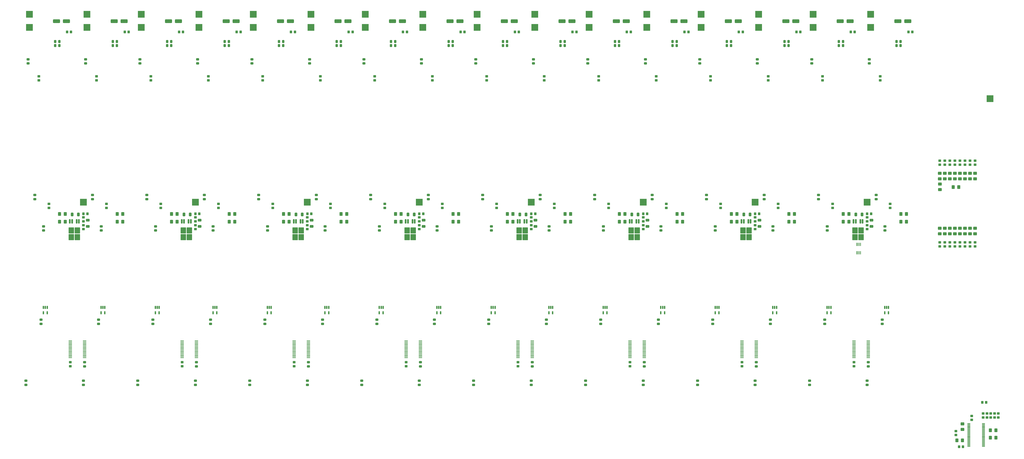
<source format=gbp>
G04 #@! TF.GenerationSoftware,KiCad,Pcbnew,8.0.6-unknown-202411051418~a3eff548b7~ubuntu20.04.1*
G04 #@! TF.CreationDate,2024-11-07T21:25:44-05:00*
G04 #@! TF.ProjectId,ARX,4152582e-6b69-4636-9164-5f7063625858,Revision I*
G04 #@! TF.SameCoordinates,Original*
G04 #@! TF.FileFunction,Paste,Bot*
G04 #@! TF.FilePolarity,Positive*
%FSLAX46Y46*%
G04 Gerber Fmt 4.6, Leading zero omitted, Abs format (unit mm)*
G04 Created by KiCad (PCBNEW 8.0.6-unknown-202411051418~a3eff548b7~ubuntu20.04.1) date 2024-11-07 21:25:44*
%MOMM*%
%LPD*%
G01*
G04 APERTURE LIST*
G04 Aperture macros list*
%AMRoundRect*
0 Rectangle with rounded corners*
0 $1 Rounding radius*
0 $2 $3 $4 $5 $6 $7 $8 $9 X,Y pos of 4 corners*
0 Add a 4 corners polygon primitive as box body*
4,1,4,$2,$3,$4,$5,$6,$7,$8,$9,$2,$3,0*
0 Add four circle primitives for the rounded corners*
1,1,$1+$1,$2,$3*
1,1,$1+$1,$4,$5*
1,1,$1+$1,$6,$7*
1,1,$1+$1,$8,$9*
0 Add four rect primitives between the rounded corners*
20,1,$1+$1,$2,$3,$4,$5,0*
20,1,$1+$1,$4,$5,$6,$7,0*
20,1,$1+$1,$6,$7,$8,$9,0*
20,1,$1+$1,$8,$9,$2,$3,0*%
G04 Aperture macros list end*
%ADD10RoundRect,0.250000X-0.475000X0.337500X-0.475000X-0.337500X0.475000X-0.337500X0.475000X0.337500X0*%
%ADD11RoundRect,0.250000X-0.450000X0.350000X-0.450000X-0.350000X0.450000X-0.350000X0.450000X0.350000X0*%
%ADD12RoundRect,0.250000X-0.337500X-0.475000X0.337500X-0.475000X0.337500X0.475000X-0.337500X0.475000X0*%
%ADD13RoundRect,0.280000X0.520000X0.620000X-0.520000X0.620000X-0.520000X-0.620000X0.520000X-0.620000X0*%
%ADD14RoundRect,0.280000X-0.520000X-0.620000X0.520000X-0.620000X0.520000X0.620000X-0.520000X0.620000X0*%
%ADD15R,1.750000X0.450000*%
%ADD16R,3.450001X3.450001*%
%ADD17RoundRect,0.250000X0.450000X-0.350000X0.450000X0.350000X-0.450000X0.350000X-0.450000X-0.350000X0*%
%ADD18RoundRect,0.250000X-0.350000X-0.450000X0.350000X-0.450000X0.350000X0.450000X-0.350000X0.450000X0*%
%ADD19RoundRect,0.250000X-0.412500X-0.650000X0.412500X-0.650000X0.412500X0.650000X-0.412500X0.650000X0*%
%ADD20RoundRect,0.250000X-1.500000X-0.650000X1.500000X-0.650000X1.500000X0.650000X-1.500000X0.650000X0*%
%ADD21RoundRect,0.162500X-0.162500X0.617500X-0.162500X-0.617500X0.162500X-0.617500X0.162500X0.617500X0*%
%ADD22RoundRect,0.250000X-0.650000X0.412500X-0.650000X-0.412500X0.650000X-0.412500X0.650000X0.412500X0*%
%ADD23RoundRect,0.200000X-0.200000X0.900000X-0.200000X-0.900000X0.200000X-0.900000X0.200000X0.900000X0*%
%ADD24RoundRect,0.250000X-1.125000X1.275000X-1.125000X-1.275000X1.125000X-1.275000X1.125000X1.275000X0*%
%ADD25RoundRect,0.280000X0.620000X-0.520000X0.620000X0.520000X-0.620000X0.520000X-0.620000X-0.520000X0*%
%ADD26RoundRect,0.280000X-0.620000X0.520000X-0.620000X-0.520000X0.620000X-0.520000X0.620000X0.520000X0*%
%ADD27RoundRect,0.075000X-0.662500X-0.075000X0.662500X-0.075000X0.662500X0.075000X-0.662500X0.075000X0*%
%ADD28RoundRect,0.250000X0.350000X0.450000X-0.350000X0.450000X-0.350000X-0.450000X0.350000X-0.450000X0*%
%ADD29RoundRect,0.100000X0.100000X-0.712500X0.100000X0.712500X-0.100000X0.712500X-0.100000X-0.712500X0*%
G04 APERTURE END LIST*
D10*
X352965049Y-183537335D03*
X352965049Y-185612335D03*
D11*
X288846014Y-336141297D03*
X288846014Y-338141297D03*
D12*
X592094382Y-174590335D03*
X594169382Y-174590335D03*
D13*
X653495215Y-261438224D03*
X650695215Y-261438224D03*
D11*
X633671012Y-263147208D03*
X633671012Y-265147208D03*
D10*
X356394049Y-251906335D03*
X356394049Y-253981335D03*
D11*
X692128213Y-361947335D03*
X692128213Y-363947335D03*
D14*
X695718612Y-370408335D03*
X698518612Y-370408335D03*
D12*
X648458215Y-176622335D03*
X650533215Y-176622335D03*
D15*
X232482181Y-333833228D03*
X232482181Y-333183228D03*
X232482181Y-332533228D03*
X232482181Y-331883228D03*
X232482181Y-331233228D03*
X232482181Y-330583228D03*
X232482181Y-329933228D03*
X232482181Y-329283228D03*
X232482181Y-328633228D03*
X232482181Y-327983228D03*
X232482181Y-327333228D03*
X232482181Y-326683228D03*
X232482181Y-326033228D03*
X232482181Y-325383228D03*
X239682181Y-325383228D03*
X239682181Y-326033228D03*
X239682181Y-326683228D03*
X239682181Y-327333228D03*
X239682181Y-327983228D03*
X239682181Y-328633228D03*
X239682181Y-329283228D03*
X239682181Y-329933228D03*
X239682181Y-330583228D03*
X239682181Y-331233228D03*
X239682181Y-331883228D03*
X239682181Y-332533228D03*
X239682181Y-333183228D03*
X239682181Y-333833228D03*
D12*
X648458215Y-174590335D03*
X650533215Y-174590335D03*
D10*
X304445217Y-267696223D03*
X304445217Y-269771223D03*
D16*
X579100381Y-167477208D03*
D10*
X555940980Y-314721723D03*
X555940980Y-316796723D03*
D13*
X371676050Y-265375224D03*
X368876050Y-265375224D03*
D10*
X296046014Y-336143197D03*
X296046014Y-338218197D03*
D17*
X682984213Y-236633965D03*
X682984213Y-234633965D03*
X685524213Y-236633965D03*
X685524213Y-234633965D03*
D18*
X598097179Y-169747335D03*
X600097179Y-169747335D03*
D11*
X351851847Y-267084208D03*
X351851847Y-269084208D03*
D10*
X586264382Y-267696223D03*
X586264382Y-269771223D03*
X577865179Y-336143197D03*
X577865179Y-338218197D03*
D15*
X627029012Y-333833228D03*
X627029012Y-333183228D03*
X627029012Y-332533228D03*
X627029012Y-331883228D03*
X627029012Y-331233228D03*
X627029012Y-330583228D03*
X627029012Y-329933228D03*
X627029012Y-329283228D03*
X627029012Y-328633228D03*
X627029012Y-327983228D03*
X627029012Y-327333228D03*
X627029012Y-326683228D03*
X627029012Y-326033228D03*
X627029012Y-325383228D03*
X634229012Y-325383228D03*
X634229012Y-326033228D03*
X634229012Y-326683228D03*
X634229012Y-327333228D03*
X634229012Y-327983228D03*
X634229012Y-328633228D03*
X634229012Y-329283228D03*
X634229012Y-329933228D03*
X634229012Y-330583228D03*
X634229012Y-331233228D03*
X634229012Y-331883228D03*
X634229012Y-332533228D03*
X634229012Y-333183228D03*
X634229012Y-333833228D03*
D18*
X456352715Y-169737538D03*
X458352715Y-169737538D03*
D19*
X571601179Y-261654208D03*
X574726179Y-261654208D03*
D17*
X273055215Y-194102335D03*
X273055215Y-192102335D03*
D18*
X485369513Y-169747335D03*
X487369513Y-169747335D03*
D20*
X507430548Y-164335335D03*
X512430548Y-164335335D03*
D18*
X691630612Y-356327335D03*
X693630612Y-356327335D03*
D10*
X549413380Y-183537335D03*
X549413380Y-185612335D03*
D21*
X417091954Y-308532369D03*
X418041954Y-308532369D03*
X418991954Y-308532369D03*
X418991954Y-311232369D03*
X417091954Y-311232369D03*
D18*
X351860847Y-261337208D03*
X353860847Y-261337208D03*
D10*
X525485548Y-251906335D03*
X525485548Y-253981335D03*
X409328882Y-183537335D03*
X409328882Y-185612335D03*
D18*
X625444214Y-169737538D03*
X627444214Y-169737538D03*
D21*
X642547286Y-308532369D03*
X643497286Y-308532369D03*
X644447286Y-308532369D03*
X644447286Y-311232369D03*
X642547286Y-311232369D03*
D12*
X535730549Y-176622335D03*
X537805549Y-176622335D03*
D17*
X278097216Y-258358224D03*
X278097216Y-256358224D03*
X675364213Y-236633965D03*
X675364213Y-234633965D03*
D11*
X633671012Y-267084208D03*
X633671012Y-269084208D03*
D12*
X310275217Y-174590335D03*
X312350217Y-174590335D03*
X253911384Y-176622335D03*
X255986384Y-176622335D03*
D11*
X685524213Y-275773966D03*
X685524213Y-277773966D03*
D22*
X410383680Y-264600708D03*
X410383680Y-267725708D03*
D17*
X611238213Y-194102335D03*
X611238213Y-192102335D03*
D20*
X281975216Y-164335335D03*
X286975216Y-164335335D03*
D11*
X351851847Y-263147208D03*
X351851847Y-265147208D03*
D12*
X337632049Y-174590335D03*
X339707049Y-174590335D03*
D10*
X412757882Y-251906335D03*
X412757882Y-253981335D03*
D12*
X393995882Y-176622335D03*
X396070882Y-176622335D03*
D16*
X464585513Y-255504208D03*
D17*
X334461049Y-258358224D03*
X334461049Y-256358224D03*
D18*
X512716548Y-169737538D03*
X514716548Y-169737538D03*
D16*
X633677012Y-255504208D03*
D10*
X300030216Y-251906335D03*
X300030216Y-253981335D03*
D16*
X353645049Y-167477208D03*
X466372715Y-160873208D03*
D23*
X626825012Y-265147208D03*
X627965012Y-265147208D03*
D24*
X630630012Y-269772208D03*
X627580012Y-269772208D03*
X630630012Y-273122208D03*
X627580012Y-273122208D03*
D23*
X630245012Y-265147208D03*
X631385012Y-265147208D03*
D16*
X211910382Y-160873208D03*
D21*
X473455787Y-308532369D03*
X474405787Y-308532369D03*
X475355787Y-308532369D03*
X475355787Y-311232369D03*
X473455787Y-311232369D03*
D16*
X522736548Y-160873208D03*
D13*
X653495215Y-265375224D03*
X650695215Y-265375224D03*
D20*
X254618384Y-164335335D03*
X259618384Y-164335335D03*
D23*
X514097346Y-265147208D03*
X515237346Y-265147208D03*
D24*
X517902346Y-269772208D03*
X514852346Y-269772208D03*
X517902346Y-273122208D03*
X514852346Y-273122208D03*
D23*
X517517346Y-265147208D03*
X518657346Y-265147208D03*
D16*
X493729547Y-160873208D03*
D21*
X586183453Y-308532369D03*
X587133453Y-308532369D03*
X588083453Y-308532369D03*
X588083453Y-311232369D03*
X586183453Y-311232369D03*
D20*
X423709883Y-164335335D03*
X428709883Y-164335335D03*
D17*
X680444213Y-236633965D03*
X680444213Y-234633965D03*
D10*
X214659382Y-251906335D03*
X214659382Y-253981335D03*
X243666383Y-251906335D03*
X243666383Y-253981335D03*
D25*
X680444213Y-243780965D03*
X680444213Y-240980965D03*
D23*
X288642014Y-265147208D03*
X289782014Y-265147208D03*
D24*
X292447014Y-269772208D03*
X289397014Y-269772208D03*
X292447014Y-273122208D03*
X289397014Y-273122208D03*
D23*
X292062014Y-265147208D03*
X293202014Y-265147208D03*
D19*
X515237346Y-261654208D03*
X518362346Y-261654208D03*
D26*
X680444214Y-268626967D03*
X680444214Y-271426967D03*
D12*
X592094382Y-176622335D03*
X594169382Y-176622335D03*
D10*
X521501346Y-336143197D03*
X521501346Y-338218197D03*
D17*
X588923382Y-258358224D03*
X588923382Y-256358224D03*
D13*
X286305216Y-261438224D03*
X283505216Y-261438224D03*
D25*
X670284213Y-243780964D03*
X670284213Y-240980964D03*
D21*
X500812619Y-308532369D03*
X501762619Y-308532369D03*
X502712619Y-308532369D03*
X502712619Y-311232369D03*
X500812619Y-311232369D03*
D12*
X224904383Y-176622335D03*
X226979383Y-176622335D03*
D13*
X540767549Y-265375224D03*
X537967549Y-265375224D03*
D14*
X695718612Y-374091335D03*
X698518612Y-374091335D03*
D23*
X401369680Y-265147208D03*
X402509680Y-265147208D03*
D24*
X405174680Y-269772208D03*
X402124680Y-269772208D03*
X405174680Y-273122208D03*
X402124680Y-273122208D03*
D23*
X404789680Y-265147208D03*
X405929680Y-265147208D03*
D10*
X473536716Y-267696223D03*
X473536716Y-269771223D03*
D17*
X583881381Y-194102335D03*
X583881381Y-192102335D03*
D11*
X464579513Y-263147208D03*
X464579513Y-265147208D03*
D10*
X331802049Y-267696223D03*
X331802049Y-269771223D03*
D13*
X540767549Y-261438224D03*
X537967549Y-261438224D03*
D12*
X281268216Y-176622335D03*
X283343216Y-176622335D03*
D20*
X563794381Y-164335335D03*
X568794381Y-164335335D03*
D10*
X271023215Y-251906335D03*
X271023215Y-253981335D03*
X275438216Y-267696223D03*
X275438216Y-269771223D03*
D16*
X550093380Y-167477208D03*
D13*
X258948384Y-261438224D03*
X256148384Y-261438224D03*
D12*
X310275217Y-176622335D03*
X312350217Y-176622335D03*
D18*
X654461012Y-169747335D03*
X656461012Y-169747335D03*
D16*
X295494014Y-255504208D03*
D11*
X408215680Y-267084208D03*
X408215680Y-269084208D03*
D10*
X499577147Y-314721723D03*
X499577147Y-316796723D03*
D11*
X682984213Y-275773966D03*
X682984213Y-277773966D03*
X577307179Y-263147208D03*
X577307179Y-265147208D03*
X464579513Y-267084208D03*
X464579513Y-269084208D03*
D10*
X210132482Y-345447766D03*
X210132482Y-347522766D03*
D11*
X239124181Y-263147208D03*
X239124181Y-265147208D03*
D10*
X465692715Y-183537335D03*
X465692715Y-185612335D03*
X472220315Y-314721723D03*
X472220315Y-316796723D03*
D23*
X345005847Y-265147208D03*
X346145847Y-265147208D03*
D24*
X348810847Y-269772208D03*
X345760847Y-269772208D03*
X348810847Y-273122208D03*
X345760847Y-273122208D03*
D23*
X348425847Y-265147208D03*
X349565847Y-265147208D03*
D18*
X287261216Y-169737538D03*
X289261216Y-169737538D03*
D10*
X274121815Y-314721723D03*
X274121815Y-316796723D03*
D11*
X694033213Y-361947335D03*
X694033213Y-363947335D03*
D20*
X649165215Y-164335335D03*
X654165215Y-164335335D03*
D11*
X408215680Y-263147208D03*
X408215680Y-265147208D03*
D13*
X229941383Y-265375224D03*
X227141383Y-265375224D03*
D10*
X380321881Y-183537335D03*
X380321881Y-185612335D03*
D15*
X288846014Y-333833228D03*
X288846014Y-333183228D03*
X288846014Y-332533228D03*
X288846014Y-331883228D03*
X288846014Y-331233228D03*
X288846014Y-330583228D03*
X288846014Y-329933228D03*
X288846014Y-329283228D03*
X288846014Y-328633228D03*
X288846014Y-327983228D03*
X288846014Y-327333228D03*
X288846014Y-326683228D03*
X288846014Y-326033228D03*
X288846014Y-325383228D03*
X296046014Y-325383228D03*
X296046014Y-326033228D03*
X296046014Y-326683228D03*
X296046014Y-327333228D03*
X296046014Y-327983228D03*
X296046014Y-328633228D03*
X296046014Y-329283228D03*
X296046014Y-329933228D03*
X296046014Y-330583228D03*
X296046014Y-331233228D03*
X296046014Y-331883228D03*
X296046014Y-332533228D03*
X296046014Y-333183228D03*
X296046014Y-333833228D03*
D16*
X635464214Y-167477208D03*
D26*
X688064214Y-268626966D03*
X688064214Y-271426966D03*
D12*
X506723548Y-174590335D03*
X508798548Y-174590335D03*
D16*
X408221680Y-255504208D03*
D10*
X217757982Y-314721723D03*
X217757982Y-316796723D03*
D17*
X302062216Y-194102335D03*
X302062216Y-192102335D03*
D12*
X450359715Y-176622335D03*
X452434715Y-176622335D03*
D10*
X295503316Y-345447766D03*
X295503316Y-347522766D03*
D17*
X245698383Y-194102335D03*
X245698383Y-192102335D03*
D12*
X393995882Y-174590335D03*
X396070882Y-174590335D03*
D10*
X296601216Y-183537335D03*
X296601216Y-185612335D03*
X322860148Y-345447766D03*
X322860148Y-347522766D03*
X609206213Y-251906335D03*
X609206213Y-253981335D03*
D12*
X366639050Y-176622335D03*
X368714050Y-176622335D03*
X281268216Y-174590335D03*
X283343216Y-174590335D03*
D27*
X684867612Y-378504335D03*
X684867612Y-378004335D03*
X684867612Y-377504335D03*
X684867612Y-377004335D03*
X684867612Y-376504335D03*
X684867612Y-376004335D03*
X684867612Y-375504335D03*
X684867612Y-375004335D03*
X684867612Y-374504335D03*
X684867612Y-374004335D03*
X684867612Y-373504335D03*
X684867612Y-373004335D03*
X684867612Y-372504335D03*
X684867612Y-372004335D03*
X684867612Y-371504335D03*
X684867612Y-371004335D03*
X684867612Y-370504335D03*
X684867612Y-370004335D03*
X684867612Y-369504335D03*
X684867612Y-369004335D03*
X684867612Y-368504335D03*
X684867612Y-368004335D03*
X684867612Y-367504335D03*
X684867612Y-367004335D03*
X692292612Y-367004335D03*
X692292612Y-367504335D03*
X692292612Y-368004335D03*
X692292612Y-368504335D03*
X692292612Y-369004335D03*
X692292612Y-369504335D03*
X692292612Y-370004335D03*
X692292612Y-370504335D03*
X692292612Y-371004335D03*
X692292612Y-371504335D03*
X692292612Y-372004335D03*
X692292612Y-372504335D03*
X692292612Y-373004335D03*
X692292612Y-373504335D03*
X692292612Y-374004335D03*
X692292612Y-374504335D03*
X692292612Y-375004335D03*
X692292612Y-375504335D03*
X692292612Y-376004335D03*
X692292612Y-376504335D03*
X692292612Y-377004335D03*
X692292612Y-377504335D03*
X692292612Y-378004335D03*
X692292612Y-378504335D03*
D10*
X435587814Y-345447766D03*
X435587814Y-347522766D03*
D18*
X372641847Y-169747335D03*
X374641847Y-169747335D03*
D13*
X315312217Y-261438224D03*
X312512217Y-261438224D03*
D11*
X232482181Y-336141297D03*
X232482181Y-338141297D03*
D18*
X259914181Y-169747335D03*
X261914181Y-169747335D03*
D13*
X597131382Y-261438224D03*
X594331382Y-261438224D03*
D16*
X240917383Y-167477208D03*
D13*
X597131382Y-265375224D03*
X594331382Y-265375224D03*
X342669049Y-265375224D03*
X339869049Y-265375224D03*
D12*
X224904383Y-174590335D03*
X226979383Y-174590335D03*
D18*
X316278014Y-169747335D03*
X318278014Y-169747335D03*
D16*
X520949346Y-255504208D03*
D11*
X295488014Y-267084208D03*
X295488014Y-269084208D03*
D10*
X417172883Y-267696223D03*
X417172883Y-269771223D03*
X613621214Y-267696223D03*
X613621214Y-269771223D03*
D26*
X670284214Y-268626967D03*
X670284214Y-271426967D03*
D10*
X577322481Y-345447766D03*
X577322481Y-347522766D03*
X638213214Y-251906335D03*
X638213214Y-253981335D03*
D16*
X381001881Y-167477208D03*
D20*
X480073716Y-164335335D03*
X485073716Y-164335335D03*
X310982217Y-164335335D03*
X315982217Y-164335335D03*
D12*
X535730549Y-174590335D03*
X537805549Y-174590335D03*
D11*
X295488014Y-263147208D03*
X295488014Y-265147208D03*
D25*
X675364213Y-243780966D03*
X675364213Y-240980966D03*
D19*
X346145847Y-261654208D03*
X349270847Y-261654208D03*
D10*
X581849381Y-251906335D03*
X581849381Y-253981335D03*
D13*
X428039883Y-261438224D03*
X425239883Y-261438224D03*
X679833714Y-247904965D03*
X677033714Y-247904965D03*
X511760548Y-261438224D03*
X508960548Y-261438224D03*
D25*
X672824213Y-243780966D03*
X672824213Y-240980966D03*
D16*
X211910382Y-167477208D03*
X381001881Y-160873208D03*
D18*
X399988882Y-169737538D03*
X401988882Y-169737538D03*
D17*
X414789882Y-194102335D03*
X414789882Y-192102335D03*
D11*
X688064213Y-275773966D03*
X688064213Y-277773966D03*
X680444213Y-275773966D03*
X680444213Y-277773966D03*
D16*
X268274215Y-160873208D03*
D21*
X388084953Y-308532369D03*
X389034953Y-308532369D03*
X389984953Y-308532369D03*
X389984953Y-311232369D03*
X388084953Y-311232369D03*
D13*
X399032882Y-265375224D03*
X396232882Y-265375224D03*
D21*
X218993454Y-308532369D03*
X219943454Y-308532369D03*
X220893454Y-308532369D03*
X220893454Y-311232369D03*
X218993454Y-311232369D03*
D12*
X423002883Y-174590335D03*
X425077883Y-174590335D03*
D22*
X466747513Y-264600708D03*
X466747513Y-267725708D03*
D21*
X444448786Y-308532369D03*
X445398786Y-308532369D03*
X446348786Y-308532369D03*
X446348786Y-311232369D03*
X444448786Y-311232369D03*
D10*
X641311814Y-314721723D03*
X641311814Y-316796723D03*
X248081384Y-267696223D03*
X248081384Y-269771223D03*
X266496315Y-345447766D03*
X266496315Y-347522766D03*
X303128816Y-314721723D03*
X303128816Y-316796723D03*
D21*
X613540285Y-308532369D03*
X614490285Y-308532369D03*
X615440285Y-308532369D03*
X615440285Y-311232369D03*
X613540285Y-311232369D03*
D17*
X419831883Y-258358224D03*
X419831883Y-256358224D03*
D23*
X232278181Y-265147208D03*
X233418181Y-265147208D03*
D24*
X236083181Y-269772208D03*
X233033181Y-269772208D03*
X236083181Y-273122208D03*
X233033181Y-273122208D03*
D23*
X235698181Y-265147208D03*
X236838181Y-265147208D03*
D10*
X436685714Y-183537335D03*
X436685714Y-185612335D03*
D18*
X230897383Y-169737538D03*
X232897383Y-169737538D03*
D13*
X484403716Y-261438224D03*
X481603716Y-261438224D03*
X258948384Y-265375224D03*
X256148384Y-265375224D03*
D10*
X604679313Y-345447766D03*
X604679313Y-347522766D03*
D13*
X624488214Y-261438224D03*
X621688214Y-261438224D03*
D21*
X529819620Y-308532369D03*
X530769620Y-308532369D03*
X531719620Y-308532369D03*
X531719620Y-311232369D03*
X529819620Y-311232369D03*
D11*
X670284213Y-275773966D03*
X670284213Y-277773966D03*
D18*
X343625049Y-169737538D03*
X345625049Y-169737538D03*
D16*
X466372715Y-167477208D03*
D17*
X476195716Y-258358224D03*
X476195716Y-256358224D03*
D13*
X511760548Y-265375224D03*
X508960548Y-265375224D03*
D11*
X695938213Y-361947335D03*
X695938213Y-363947335D03*
D12*
X337632049Y-176622335D03*
X339707049Y-176622335D03*
D10*
X634229012Y-336143197D03*
X634229012Y-338218197D03*
D23*
X457733513Y-265147208D03*
X458873513Y-265147208D03*
D24*
X461538513Y-269772208D03*
X458488513Y-269772208D03*
X461538513Y-273122208D03*
X458488513Y-273122208D03*
D23*
X461153513Y-265147208D03*
X462293513Y-265147208D03*
D11*
X577307179Y-267084208D03*
X577307179Y-269084208D03*
D10*
X352409847Y-336143197D03*
X352409847Y-338218197D03*
X552842380Y-251906335D03*
X552842380Y-253981335D03*
D20*
X592801382Y-164335335D03*
X597801382Y-164335335D03*
D18*
X429005680Y-169747335D03*
X431005680Y-169747335D03*
D10*
X211230382Y-183537335D03*
X211230382Y-185612335D03*
D19*
X458873513Y-261654208D03*
X461998513Y-261654208D03*
D13*
X371676050Y-261438224D03*
X368876050Y-261438224D03*
D17*
X385782881Y-194102335D03*
X385782881Y-192102335D03*
D10*
X491951647Y-345447766D03*
X491951647Y-347522766D03*
D12*
X563087381Y-176622335D03*
X565162381Y-176622335D03*
D10*
X444529715Y-267696223D03*
X444529715Y-269771223D03*
X557257381Y-267696223D03*
X557257381Y-269771223D03*
D13*
X484403716Y-265375224D03*
X481603716Y-265375224D03*
D25*
X681692612Y-370004336D03*
X681692612Y-367204336D03*
D21*
X275357287Y-308532369D03*
X276307287Y-308532369D03*
X277257287Y-308532369D03*
X277257287Y-311232369D03*
X275357287Y-311232369D03*
D12*
X450359715Y-174590335D03*
X452434715Y-174590335D03*
D13*
X455396715Y-265375224D03*
X452596715Y-265375224D03*
D16*
X577313179Y-255504208D03*
D17*
X672824213Y-236633965D03*
X672824213Y-234633965D03*
D10*
X415856482Y-314721723D03*
X415856482Y-316796723D03*
D11*
X677904213Y-275773966D03*
X677904213Y-277773966D03*
D12*
X619451214Y-174590335D03*
X621526214Y-174590335D03*
D10*
X267594215Y-183537335D03*
X267594215Y-185612335D03*
X219074383Y-267696223D03*
X219074383Y-269771223D03*
D19*
X289782014Y-261654208D03*
X292907014Y-261654208D03*
D11*
X345209847Y-336141297D03*
X345209847Y-338141297D03*
D16*
X522736548Y-167477208D03*
D11*
X520943346Y-267084208D03*
X520943346Y-269084208D03*
D12*
X506723548Y-176622335D03*
X508798548Y-176622335D03*
D21*
X360728121Y-308532369D03*
X361678121Y-308532369D03*
X362628121Y-308532369D03*
X362628121Y-311232369D03*
X360728121Y-311232369D03*
D22*
X523111346Y-264600708D03*
X523111346Y-267725708D03*
D17*
X442146714Y-194102335D03*
X442146714Y-192102335D03*
X471153715Y-194102335D03*
X471153715Y-192102335D03*
X532559549Y-258358224D03*
X532559549Y-256358224D03*
D10*
X239139483Y-345447766D03*
X239139483Y-347522766D03*
X529900549Y-267696223D03*
X529900549Y-269771223D03*
X386849481Y-314721723D03*
X386849481Y-316796723D03*
X360809050Y-267696223D03*
X360809050Y-269771223D03*
D17*
X677904213Y-236633965D03*
X677904213Y-234633965D03*
X686323612Y-365185335D03*
X686323612Y-363185335D03*
D11*
X697843213Y-361947335D03*
X697843213Y-363947335D03*
D17*
X250740384Y-258358224D03*
X250740384Y-256358224D03*
D10*
X388165882Y-267696223D03*
X388165882Y-269771223D03*
D16*
X606457213Y-160873208D03*
D13*
X428039883Y-265375224D03*
X425239883Y-265375224D03*
D12*
X563087381Y-174590335D03*
X565162381Y-174590335D03*
D21*
X557176452Y-308532369D03*
X558126452Y-308532369D03*
X559076452Y-308532369D03*
X559076452Y-311232369D03*
X557176452Y-311232369D03*
D26*
X685524214Y-268626967D03*
X685524214Y-271426967D03*
D16*
X437365714Y-167477208D03*
D25*
X677904213Y-243780966D03*
X677904213Y-240980966D03*
D10*
X633686314Y-345447766D03*
X633686314Y-347522766D03*
D22*
X354019847Y-264600708D03*
X354019847Y-267725708D03*
D21*
X304364288Y-308532369D03*
X305314288Y-308532369D03*
X306264288Y-308532369D03*
X306264288Y-311232369D03*
X304364288Y-311232369D03*
D11*
X699748213Y-361947335D03*
X699748213Y-363947335D03*
D13*
X455396715Y-261438224D03*
X452596715Y-261438224D03*
D10*
X408773680Y-336143197D03*
X408773680Y-338218197D03*
D17*
X307104217Y-258358224D03*
X307104217Y-256358224D03*
X554874380Y-194102335D03*
X554874380Y-192102335D03*
D12*
X423002883Y-176622335D03*
X425077883Y-176622335D03*
D17*
X640245214Y-194102335D03*
X640245214Y-192102335D03*
D10*
X351867149Y-345447766D03*
X351867149Y-347522766D03*
D17*
X503552548Y-258358224D03*
X503552548Y-256358224D03*
D11*
X672824213Y-275773966D03*
X672824213Y-277773966D03*
D15*
X457937513Y-333833228D03*
X457937513Y-333183228D03*
X457937513Y-332533228D03*
X457937513Y-331883228D03*
X457937513Y-331233228D03*
X457937513Y-330583228D03*
X457937513Y-329933228D03*
X457937513Y-329283228D03*
X457937513Y-328633228D03*
X457937513Y-327983228D03*
X457937513Y-327333228D03*
X457937513Y-326683228D03*
X457937513Y-326033228D03*
X457937513Y-325383228D03*
X465137513Y-325383228D03*
X465137513Y-326033228D03*
X465137513Y-326683228D03*
X465137513Y-327333228D03*
X465137513Y-327983228D03*
X465137513Y-328633228D03*
X465137513Y-329283228D03*
X465137513Y-329933228D03*
X465137513Y-330583228D03*
X465137513Y-331233228D03*
X465137513Y-331883228D03*
X465137513Y-332533228D03*
X465137513Y-333183228D03*
X465137513Y-333833228D03*
D16*
X695526012Y-203388208D03*
D10*
X493049547Y-183537335D03*
X493049547Y-185612335D03*
D25*
X685524213Y-243780965D03*
X685524213Y-240980965D03*
D11*
X570665179Y-336141297D03*
X570665179Y-338141297D03*
D28*
X681946612Y-378679335D03*
X679946612Y-378679335D03*
D10*
X496478547Y-251906335D03*
X496478547Y-253981335D03*
X500893548Y-267696223D03*
X500893548Y-269771223D03*
X359492649Y-314721723D03*
X359492649Y-316796723D03*
D18*
X520952346Y-261337208D03*
X522952346Y-261337208D03*
D13*
X624488214Y-265375224D03*
X621688214Y-265375224D03*
D11*
X401573680Y-336141297D03*
X401573680Y-338141297D03*
D12*
X479366716Y-174590335D03*
X481441716Y-174590335D03*
D16*
X410008882Y-167477208D03*
D26*
X675364214Y-268626967D03*
X675364214Y-271426967D03*
D17*
X678390612Y-372795336D03*
X678390612Y-370795336D03*
D10*
X323958048Y-183537335D03*
X323958048Y-185612335D03*
D18*
X239133181Y-261337208D03*
X241133181Y-261337208D03*
D10*
X605777213Y-183537335D03*
X605777213Y-185612335D03*
D12*
X479366716Y-176622335D03*
X481441716Y-176622335D03*
D18*
X633680012Y-261337208D03*
X635680012Y-261337208D03*
D20*
X451066715Y-164335335D03*
X456066715Y-164335335D03*
D16*
X240917383Y-160873208D03*
D17*
X363468050Y-258358224D03*
X363468050Y-256358224D03*
D10*
X522056548Y-183537335D03*
X522056548Y-185612335D03*
D16*
X437365714Y-160873208D03*
D17*
X447188715Y-258358224D03*
X447188715Y-256358224D03*
D10*
X465137513Y-336143197D03*
X465137513Y-338218197D03*
D16*
X579100381Y-160873208D03*
D18*
X464588513Y-261337208D03*
X466588513Y-261337208D03*
D16*
X297281216Y-160873208D03*
D17*
X688064213Y-236633965D03*
X688064213Y-234633965D03*
D10*
X440114714Y-251906335D03*
X440114714Y-253981335D03*
X443213314Y-314721723D03*
X443213314Y-316796723D03*
D18*
X541733346Y-169747335D03*
X543733346Y-169747335D03*
D17*
X498510547Y-194102335D03*
X498510547Y-192102335D03*
D12*
X366639050Y-174590335D03*
X368714050Y-174590335D03*
D16*
X268274215Y-167477208D03*
D29*
X630334012Y-280984708D03*
X629684012Y-280984708D03*
X629034012Y-280984708D03*
X628384012Y-280984708D03*
X628384012Y-276759708D03*
X629034012Y-276759708D03*
X629684012Y-276759708D03*
X630334012Y-276759708D03*
D10*
X240237383Y-183537335D03*
X240237383Y-185612335D03*
D21*
X331721120Y-308532369D03*
X332671120Y-308532369D03*
X333621120Y-308532369D03*
X333621120Y-311232369D03*
X331721120Y-311232369D03*
D10*
X578420381Y-183537335D03*
X578420381Y-185612335D03*
D26*
X682984214Y-268626967D03*
X682984214Y-271426967D03*
D10*
X548315480Y-345447766D03*
X548315480Y-347522766D03*
D13*
X286305216Y-265375224D03*
X283505216Y-265375224D03*
D26*
X670308713Y-246380965D03*
X670308713Y-249180965D03*
D16*
X606457213Y-167477208D03*
D12*
X619451214Y-176622335D03*
X621526214Y-176622335D03*
D11*
X675364213Y-275773966D03*
X675364213Y-277773966D03*
D22*
X297656014Y-264600708D03*
X297656014Y-267725708D03*
D16*
X297281216Y-167477208D03*
D22*
X635839012Y-264600708D03*
X635839012Y-267725708D03*
D11*
X457937513Y-336141297D03*
X457937513Y-338141297D03*
D10*
X246764983Y-314721723D03*
X246764983Y-316796723D03*
D17*
X216691382Y-194102335D03*
X216691382Y-192102335D03*
D11*
X520943346Y-263147208D03*
X520943346Y-265147208D03*
D15*
X401573680Y-333833228D03*
X401573680Y-333183228D03*
X401573680Y-332533228D03*
X401573680Y-331883228D03*
X401573680Y-331233228D03*
X401573680Y-330583228D03*
X401573680Y-329933228D03*
X401573680Y-329283228D03*
X401573680Y-328633228D03*
X401573680Y-327983228D03*
X401573680Y-327333228D03*
X401573680Y-326683228D03*
X401573680Y-326033228D03*
X401573680Y-325383228D03*
X408773680Y-325383228D03*
X408773680Y-326033228D03*
X408773680Y-326683228D03*
X408773680Y-327333228D03*
X408773680Y-327983228D03*
X408773680Y-328633228D03*
X408773680Y-329283228D03*
X408773680Y-329933228D03*
X408773680Y-330583228D03*
X408773680Y-331233228D03*
X408773680Y-331883228D03*
X408773680Y-332533228D03*
X408773680Y-333183228D03*
X408773680Y-333833228D03*
D19*
X233418181Y-261654208D03*
X236543181Y-261654208D03*
D16*
X324638048Y-160873208D03*
D10*
X327387048Y-251906335D03*
X327387048Y-253981335D03*
D18*
X295497014Y-261337208D03*
X297497014Y-261337208D03*
D10*
X528584148Y-314721723D03*
X528584148Y-316796723D03*
D16*
X353645049Y-160873208D03*
D13*
X568124381Y-265375224D03*
X565324381Y-265375224D03*
D22*
X241292181Y-264600708D03*
X241292181Y-267725708D03*
D20*
X367346050Y-164335335D03*
X372346050Y-164335335D03*
D13*
X399032882Y-261438224D03*
X396232882Y-261438224D03*
D21*
X248000455Y-308532369D03*
X248950455Y-308532369D03*
X249900455Y-308532369D03*
X249900455Y-311232369D03*
X248000455Y-311232369D03*
D11*
X514301346Y-336141297D03*
X514301346Y-338141297D03*
D10*
X239682181Y-336143197D03*
X239682181Y-338218197D03*
X584947981Y-314721723D03*
X584947981Y-316796723D03*
D16*
X635464214Y-160873208D03*
D18*
X569080381Y-169737538D03*
X571080381Y-169737538D03*
D22*
X579475179Y-264600708D03*
X579475179Y-267725708D03*
D17*
X527517548Y-194102335D03*
X527517548Y-192102335D03*
D25*
X682984213Y-243780965D03*
X682984213Y-240980965D03*
D17*
X559916381Y-258358224D03*
X559916381Y-256358224D03*
D13*
X315312217Y-265375224D03*
X312512217Y-265375224D03*
D20*
X536437549Y-164335335D03*
X541437549Y-164335335D03*
D10*
X408230982Y-345447766D03*
X408230982Y-347522766D03*
D15*
X514301346Y-333833228D03*
X514301346Y-333183228D03*
X514301346Y-332533228D03*
X514301346Y-331883228D03*
X514301346Y-331233228D03*
X514301346Y-330583228D03*
X514301346Y-329933228D03*
X514301346Y-329283228D03*
X514301346Y-328633228D03*
X514301346Y-327983228D03*
X514301346Y-327333228D03*
X514301346Y-326683228D03*
X514301346Y-326033228D03*
X514301346Y-325383228D03*
X521501346Y-325383228D03*
X521501346Y-326033228D03*
X521501346Y-326683228D03*
X521501346Y-327333228D03*
X521501346Y-327983228D03*
X521501346Y-328633228D03*
X521501346Y-329283228D03*
X521501346Y-329933228D03*
X521501346Y-330583228D03*
X521501346Y-331233228D03*
X521501346Y-331883228D03*
X521501346Y-332533228D03*
X521501346Y-333183228D03*
X521501346Y-333833228D03*
D16*
X493729547Y-167477208D03*
D10*
X464594815Y-345447766D03*
X464594815Y-347522766D03*
D15*
X345209847Y-333833228D03*
X345209847Y-333183228D03*
X345209847Y-332533228D03*
X345209847Y-331883228D03*
X345209847Y-331233228D03*
X345209847Y-330583228D03*
X345209847Y-329933228D03*
X345209847Y-329283228D03*
X345209847Y-328633228D03*
X345209847Y-327983228D03*
X345209847Y-327333228D03*
X345209847Y-326683228D03*
X345209847Y-326033228D03*
X345209847Y-325383228D03*
X352409847Y-325383228D03*
X352409847Y-326033228D03*
X352409847Y-326683228D03*
X352409847Y-327333228D03*
X352409847Y-327983228D03*
X352409847Y-328633228D03*
X352409847Y-329283228D03*
X352409847Y-329933228D03*
X352409847Y-330583228D03*
X352409847Y-331233228D03*
X352409847Y-331883228D03*
X352409847Y-332533228D03*
X352409847Y-333183228D03*
X352409847Y-333833228D03*
D11*
X239124181Y-267084208D03*
X239124181Y-269084208D03*
D15*
X570665179Y-333833228D03*
X570665179Y-333183228D03*
X570665179Y-332533228D03*
X570665179Y-331883228D03*
X570665179Y-331233228D03*
X570665179Y-330583228D03*
X570665179Y-329933228D03*
X570665179Y-329283228D03*
X570665179Y-328633228D03*
X570665179Y-327983228D03*
X570665179Y-327333228D03*
X570665179Y-326683228D03*
X570665179Y-326033228D03*
X570665179Y-325383228D03*
X577865179Y-325383228D03*
X577865179Y-326033228D03*
X577865179Y-326683228D03*
X577865179Y-327333228D03*
X577865179Y-327983228D03*
X577865179Y-328633228D03*
X577865179Y-329283228D03*
X577865179Y-329933228D03*
X577865179Y-330583228D03*
X577865179Y-331233228D03*
X577865179Y-331883228D03*
X577865179Y-332533228D03*
X577865179Y-333183228D03*
X577865179Y-333833228D03*
D16*
X410008882Y-160873208D03*
D17*
X670284213Y-236633965D03*
X670284213Y-234633965D03*
D23*
X570461179Y-265147208D03*
X571601179Y-265147208D03*
D24*
X574266179Y-269772208D03*
X571216179Y-269772208D03*
X574266179Y-273122208D03*
X571216179Y-273122208D03*
D23*
X573881179Y-265147208D03*
X575021179Y-265147208D03*
D10*
X642628215Y-267696223D03*
X642628215Y-269771223D03*
X383750881Y-251906335D03*
X383750881Y-253981335D03*
X612304813Y-314721723D03*
X612304813Y-316796723D03*
D19*
X627965012Y-261654208D03*
X631090012Y-261654208D03*
D10*
X330485648Y-314721723D03*
X330485648Y-316796723D03*
D13*
X568124381Y-261438224D03*
X565324381Y-261438224D03*
D19*
X402509680Y-261654208D03*
X405634680Y-261654208D03*
D26*
X677904214Y-268626967D03*
X677904214Y-271426967D03*
D10*
X634784214Y-183537335D03*
X634784214Y-185612335D03*
D13*
X681692612Y-375504335D03*
X678892612Y-375504335D03*
X229941383Y-261438224D03*
X227141383Y-261438224D03*
D17*
X221733383Y-258358224D03*
X221733383Y-256358224D03*
D16*
X351857847Y-255504208D03*
D10*
X379223981Y-345447766D03*
X379223981Y-347522766D03*
D13*
X342669049Y-261438224D03*
X339869049Y-261438224D03*
D18*
X577316179Y-261337208D03*
X579316179Y-261337208D03*
D20*
X620158214Y-164335335D03*
X625158214Y-164335335D03*
D17*
X329419048Y-194102335D03*
X329419048Y-192102335D03*
D18*
X408224680Y-261337208D03*
X410224680Y-261337208D03*
D20*
X338339049Y-164335335D03*
X343339049Y-164335335D03*
D17*
X616280214Y-258358224D03*
X616280214Y-256358224D03*
D16*
X550093380Y-160873208D03*
X239130181Y-255504208D03*
D17*
X390824882Y-258358224D03*
X390824882Y-256358224D03*
D25*
X688064213Y-243780964D03*
X688064213Y-240980964D03*
D26*
X672824214Y-268626967D03*
X672824214Y-271426967D03*
D20*
X225611383Y-164335335D03*
X230611383Y-164335335D03*
D17*
X645287215Y-258358224D03*
X645287215Y-256358224D03*
D12*
X253911384Y-174590335D03*
X255986384Y-174590335D03*
D11*
X627029012Y-336141297D03*
X627029012Y-338141297D03*
D17*
X358426049Y-194102335D03*
X358426049Y-192102335D03*
D16*
X324638048Y-167477208D03*
D10*
X469121715Y-251906335D03*
X469121715Y-253981335D03*
X520958648Y-345447766D03*
X520958648Y-347522766D03*
D20*
X394702882Y-164335335D03*
X399702882Y-164335335D03*
M02*

</source>
